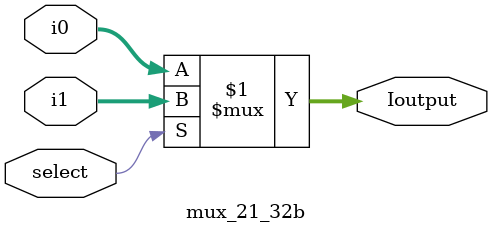
<source format=v>
module mux_21_32b (i0, i1, select ,Ioutput);
input [31:0] i0,i1;
input select;
output [31:0] Ioutput;
assign Ioutput = select ? i1 :i0;
endmodule

</source>
